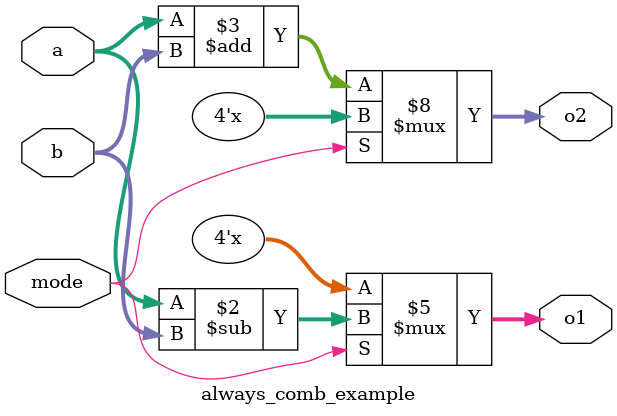
<source format=sv>
module always_example(
    input [3:0] a,b,
    input mode,
    output logic [3:0] o1, o2
    );

always @(mode,a,b)
    if (mode)
        o1 = a - b;
    else
        o2 = a + b;                
endmodule

module always_comb_example(
    input [3:0] a,b,
    input mode,
    output reg [3:0] o1, o2
    );
    
always_comb
    if (mode)
        o1 = a - b;
    else
        o2 = a + b;
endmodule

</source>
